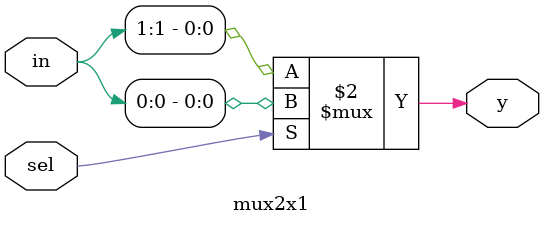
<source format=v>
module mux2x1(input [1:0]in,
		input sel,
		output reg  y);
always @(in or sel)
begin 
y <= sel?in[0]:in[1];
end
endmodule

</source>
